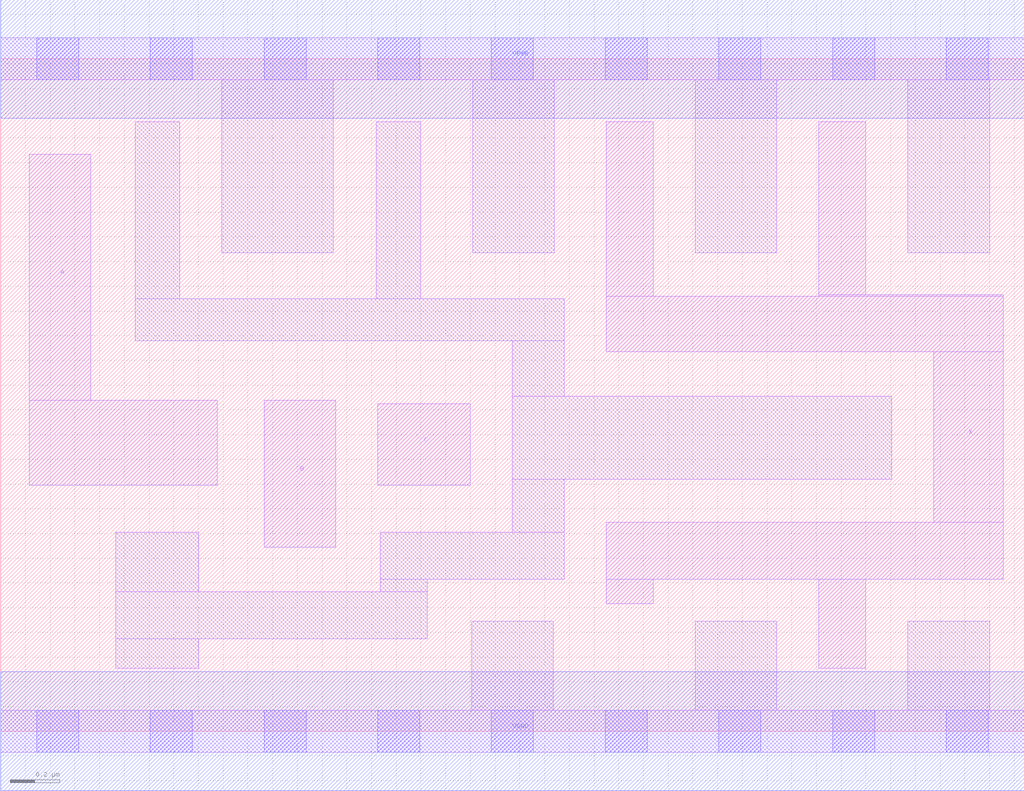
<source format=lef>
# Copyright 2020 The SkyWater PDK Authors
#
# Licensed under the Apache License, Version 2.0 (the "License");
# you may not use this file except in compliance with the License.
# You may obtain a copy of the License at
#
#     https://www.apache.org/licenses/LICENSE-2.0
#
# Unless required by applicable law or agreed to in writing, software
# distributed under the License is distributed on an "AS IS" BASIS,
# WITHOUT WARRANTIES OR CONDITIONS OF ANY KIND, either express or implied.
# See the License for the specific language governing permissions and
# limitations under the License.
#
# SPDX-License-Identifier: Apache-2.0

VERSION 5.7 ;
  NAMESCASESENSITIVE ON ;
  NOWIREEXTENSIONATPIN ON ;
  DIVIDERCHAR "/" ;
  BUSBITCHARS "[]" ;
UNITS
  DATABASE MICRONS 200 ;
END UNITS
MACRO sky130_fd_sc_hd__and3_4
  CLASS CORE ;
  FOREIGN sky130_fd_sc_hd__and3_4 ;
  ORIGIN  0.000000  0.000000 ;
  SIZE  4.140000 BY  2.720000 ;
  SYMMETRY X Y R90 ;
  SITE unithd ;
  PIN A
    ANTENNAGATEAREA  0.247500 ;
    DIRECTION INPUT ;
    USE SIGNAL ;
    PORT
      LAYER li1 ;
        RECT 0.115000 0.995000 0.875000 1.340000 ;
        RECT 0.115000 1.340000 0.365000 2.335000 ;
    END
  END A
  PIN B
    ANTENNAGATEAREA  0.247500 ;
    DIRECTION INPUT ;
    USE SIGNAL ;
    PORT
      LAYER li1 ;
        RECT 1.065000 0.745000 1.355000 1.340000 ;
    END
  END B
  PIN C
    ANTENNAGATEAREA  0.247500 ;
    DIRECTION INPUT ;
    USE SIGNAL ;
    PORT
      LAYER li1 ;
        RECT 1.525000 0.995000 1.900000 1.325000 ;
    END
  END C
  PIN X
    ANTENNADIFFAREA  0.924000 ;
    DIRECTION OUTPUT ;
    USE SIGNAL ;
    PORT
      LAYER li1 ;
        RECT 2.450000 0.515000 2.640000 0.615000 ;
        RECT 2.450000 0.615000 4.055000 0.845000 ;
        RECT 2.450000 1.535000 4.055000 1.760000 ;
        RECT 2.450000 1.760000 2.640000 2.465000 ;
        RECT 3.310000 0.255000 3.500000 0.615000 ;
        RECT 3.310000 1.760000 4.055000 1.765000 ;
        RECT 3.310000 1.765000 3.500000 2.465000 ;
        RECT 3.775000 0.845000 4.055000 1.535000 ;
    END
  END X
  PIN VGND
    DIRECTION INOUT ;
    SHAPE ABUTMENT ;
    USE GROUND ;
    PORT
      LAYER met1 ;
        RECT 0.000000 -0.240000 4.140000 0.240000 ;
    END
  END VGND
  PIN VPWR
    DIRECTION INOUT ;
    SHAPE ABUTMENT ;
    USE POWER ;
    PORT
      LAYER met1 ;
        RECT 0.000000 2.480000 4.140000 2.960000 ;
    END
  END VPWR
  OBS
    LAYER li1 ;
      RECT 0.000000 -0.085000 4.140000 0.085000 ;
      RECT 0.000000  2.635000 4.140000 2.805000 ;
      RECT 0.465000  0.255000 0.800000 0.375000 ;
      RECT 0.465000  0.375000 1.725000 0.565000 ;
      RECT 0.465000  0.565000 0.800000 0.805000 ;
      RECT 0.545000  1.580000 2.280000 1.750000 ;
      RECT 0.545000  1.750000 0.725000 2.465000 ;
      RECT 0.895000  1.935000 1.345000 2.635000 ;
      RECT 1.520000  1.750000 1.700000 2.465000 ;
      RECT 1.535000  0.565000 1.725000 0.615000 ;
      RECT 1.535000  0.615000 2.280000 0.805000 ;
      RECT 1.905000  0.085000 2.235000 0.445000 ;
      RECT 1.910000  1.935000 2.240000 2.635000 ;
      RECT 2.070000  0.805000 2.280000 1.020000 ;
      RECT 2.070000  1.020000 3.605000 1.355000 ;
      RECT 2.070000  1.355000 2.280000 1.580000 ;
      RECT 2.810000  0.085000 3.140000 0.445000 ;
      RECT 2.810000  1.935000 3.140000 2.635000 ;
      RECT 3.670000  0.085000 4.000000 0.445000 ;
      RECT 3.670000  1.935000 4.000000 2.635000 ;
    LAYER mcon ;
      RECT 0.145000 -0.085000 0.315000 0.085000 ;
      RECT 0.145000  2.635000 0.315000 2.805000 ;
      RECT 0.605000 -0.085000 0.775000 0.085000 ;
      RECT 0.605000  2.635000 0.775000 2.805000 ;
      RECT 1.065000 -0.085000 1.235000 0.085000 ;
      RECT 1.065000  2.635000 1.235000 2.805000 ;
      RECT 1.525000 -0.085000 1.695000 0.085000 ;
      RECT 1.525000  2.635000 1.695000 2.805000 ;
      RECT 1.985000 -0.085000 2.155000 0.085000 ;
      RECT 1.985000  2.635000 2.155000 2.805000 ;
      RECT 2.445000 -0.085000 2.615000 0.085000 ;
      RECT 2.445000  2.635000 2.615000 2.805000 ;
      RECT 2.905000 -0.085000 3.075000 0.085000 ;
      RECT 2.905000  2.635000 3.075000 2.805000 ;
      RECT 3.365000 -0.085000 3.535000 0.085000 ;
      RECT 3.365000  2.635000 3.535000 2.805000 ;
      RECT 3.825000 -0.085000 3.995000 0.085000 ;
      RECT 3.825000  2.635000 3.995000 2.805000 ;
  END
END sky130_fd_sc_hd__and3_4
END LIBRARY

</source>
